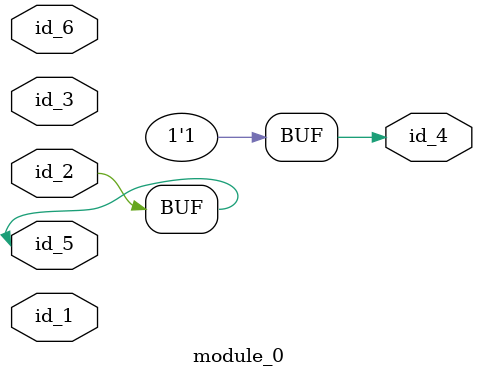
<source format=v>
module module_0 (
    id_1,
    id_2,
    id_3,
    id_4,
    id_5,
    id_6
);
  input id_6;
  inout id_5;
  output id_4;
  input id_3;
  input id_2;
  input id_1;
  assign id_4 = 1;
  assign id_5 = id_2;
endmodule

</source>
